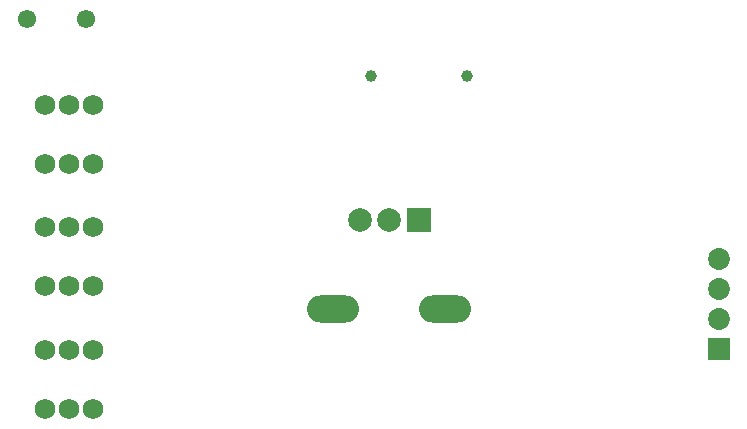
<source format=gbr>
G04*
G04 #@! TF.GenerationSoftware,Altium Limited,Altium Designer,22.4.2 (48)*
G04*
G04 Layer_Color=8388736*
%FSLAX25Y25*%
%MOIN*%
G70*
G04*
G04 #@! TF.SameCoordinates,AD9AAAA9-8C15-4E76-B8C9-5665C563ED73*
G04*
G04*
G04 #@! TF.FilePolarity,Negative*
G04*
G01*
G75*
%ADD15C,0.06800*%
%ADD16C,0.07887*%
%ADD17R,0.07887X0.07887*%
%ADD18O,0.17335X0.09068*%
%ADD19R,0.07300X0.07300*%
%ADD20C,0.07300*%
%ADD21C,0.06115*%
%ADD22C,0.03950*%
D15*
X236626Y420843D02*
D03*
X244500D02*
D03*
X252374D02*
D03*
X236626Y401158D02*
D03*
X244500D02*
D03*
X252374D02*
D03*
Y319657D02*
D03*
X244500D02*
D03*
X236626D02*
D03*
X252374Y339342D02*
D03*
X244500D02*
D03*
X236626D02*
D03*
X252374Y360407D02*
D03*
X244500D02*
D03*
X236626D02*
D03*
X252374Y380093D02*
D03*
X244500D02*
D03*
X236626D02*
D03*
D16*
X341315Y382500D02*
D03*
X351157D02*
D03*
D17*
X361000D02*
D03*
D18*
X332457Y352972D02*
D03*
X369858D02*
D03*
D19*
X461000Y339500D02*
D03*
D20*
Y349500D02*
D03*
Y359500D02*
D03*
Y369500D02*
D03*
D21*
X250155Y449500D02*
D03*
X230470D02*
D03*
D22*
X377000Y430500D02*
D03*
X345000D02*
D03*
M02*

</source>
